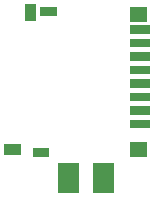
<source format=gbp>
G04 Layer: BottomPasteMaskLayer*
G04 EasyEDA v6.4.25, 2021-12-07T19:09:17+01:00*
G04 af510f2a62b747d9ba719f6df8b66caf,db93e8822c7348a7aec6f6efa12e507d,10*
G04 Gerber Generator version 0.2*
G04 Scale: 100 percent, Rotated: No, Reflected: No *
G04 Dimensions in millimeters *
G04 leading zeros omitted , absolute positions ,4 integer and 5 decimal *
%FSLAX45Y45*%
%MOMM*%

%ADD10C,0.0001*%

%LPD*%
G36*
X1370406Y-1889302D02*
G01*
X1190421Y-1889302D01*
X1190421Y-2149297D01*
X1370406Y-2149297D01*
G37*
G36*
X1070178Y-1889302D02*
G01*
X890193Y-1889302D01*
X890193Y-2149297D01*
X1070178Y-2149297D01*
G37*
G36*
X1499999Y-726998D02*
G01*
X1499999Y-797001D01*
X1675000Y-797001D01*
X1675000Y-726998D01*
G37*
G36*
X1499999Y-841298D02*
G01*
X1499999Y-911301D01*
X1675000Y-911301D01*
X1675000Y-841298D01*
G37*
G36*
X1499999Y-955598D02*
G01*
X1499999Y-1025601D01*
X1675000Y-1025601D01*
X1675000Y-955598D01*
G37*
G36*
X1499999Y-1069898D02*
G01*
X1499999Y-1139901D01*
X1675000Y-1139901D01*
X1675000Y-1069898D01*
G37*
G36*
X1499999Y-1527098D02*
G01*
X1499999Y-1597101D01*
X1675000Y-1597101D01*
X1675000Y-1527098D01*
G37*
G36*
X1499999Y-1412798D02*
G01*
X1499999Y-1482801D01*
X1675000Y-1482801D01*
X1675000Y-1412798D01*
G37*
G36*
X1499999Y-1298498D02*
G01*
X1499999Y-1368501D01*
X1675000Y-1368501D01*
X1675000Y-1298498D01*
G37*
G36*
X1499999Y-1184198D02*
G01*
X1499999Y-1254201D01*
X1675000Y-1254201D01*
X1675000Y-1184198D01*
G37*
G36*
X1499798Y-569998D02*
G01*
X1499798Y-700001D01*
X1649801Y-700001D01*
X1649801Y-569998D01*
G37*
G36*
X1499798Y-1712998D02*
G01*
X1499798Y-1843001D01*
X1649801Y-1843001D01*
X1649801Y-1712998D01*
G37*
G36*
X432998Y-1728000D02*
G01*
X432998Y-1827999D01*
X583001Y-1827999D01*
X583001Y-1728000D01*
G37*
G36*
X610400Y-549800D02*
G01*
X610400Y-694799D01*
X710399Y-694799D01*
X710399Y-549800D01*
G37*
G36*
X737798Y-569600D02*
G01*
X737798Y-649599D01*
X887801Y-649599D01*
X887801Y-569600D01*
G37*
G36*
X679300Y-1763400D02*
G01*
X679300Y-1843399D01*
X819299Y-1843399D01*
X819299Y-1763400D01*
G37*
M02*

</source>
